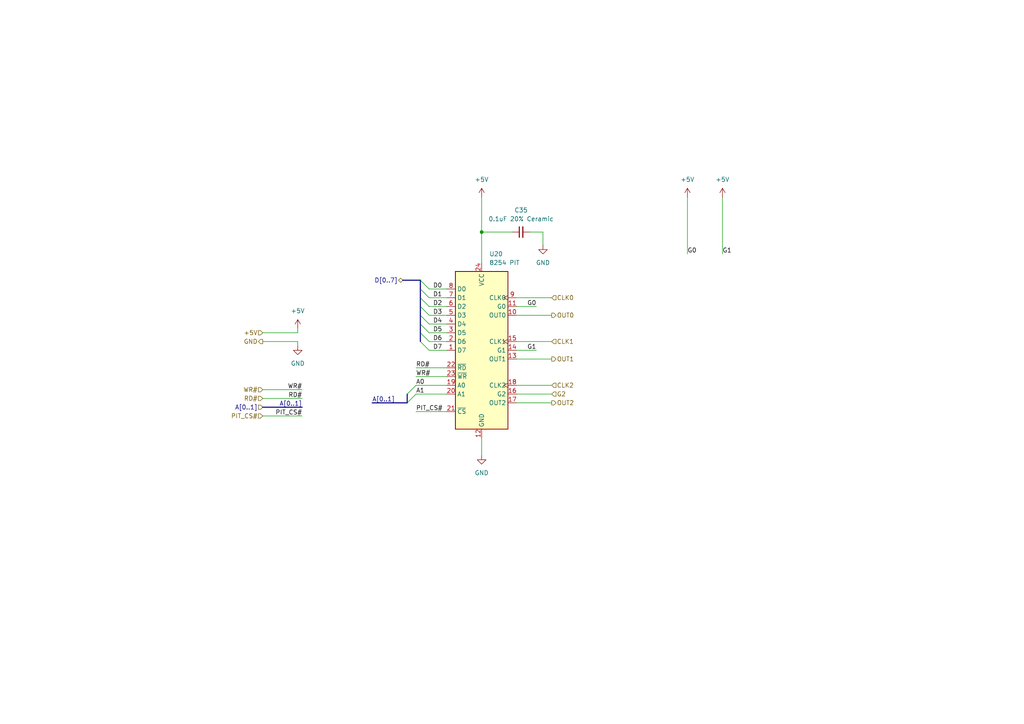
<source format=kicad_sch>
(kicad_sch
	(version 20231120)
	(generator "eeschema")
	(generator_version "8.0")
	(uuid "5d898551-e543-483b-a55c-3091811ebd14")
	(paper "A4")
	(lib_symbols
		(symbol "Device:C_Small"
			(pin_numbers hide)
			(pin_names
				(offset 0.254) hide)
			(exclude_from_sim no)
			(in_bom yes)
			(on_board yes)
			(property "Reference" "C"
				(at 0.254 1.778 0)
				(effects
					(font
						(size 1.27 1.27)
					)
					(justify left)
				)
			)
			(property "Value" "C_Small"
				(at 0.254 -2.032 0)
				(effects
					(font
						(size 1.27 1.27)
					)
					(justify left)
				)
			)
			(property "Footprint" ""
				(at 0 0 0)
				(effects
					(font
						(size 1.27 1.27)
					)
					(hide yes)
				)
			)
			(property "Datasheet" "~"
				(at 0 0 0)
				(effects
					(font
						(size 1.27 1.27)
					)
					(hide yes)
				)
			)
			(property "Description" "Unpolarized capacitor, small symbol"
				(at 0 0 0)
				(effects
					(font
						(size 1.27 1.27)
					)
					(hide yes)
				)
			)
			(property "ki_keywords" "capacitor cap"
				(at 0 0 0)
				(effects
					(font
						(size 1.27 1.27)
					)
					(hide yes)
				)
			)
			(property "ki_fp_filters" "C_*"
				(at 0 0 0)
				(effects
					(font
						(size 1.27 1.27)
					)
					(hide yes)
				)
			)
			(symbol "C_Small_0_1"
				(polyline
					(pts
						(xy -1.524 -0.508) (xy 1.524 -0.508)
					)
					(stroke
						(width 0.3302)
						(type default)
					)
					(fill
						(type none)
					)
				)
				(polyline
					(pts
						(xy -1.524 0.508) (xy 1.524 0.508)
					)
					(stroke
						(width 0.3048)
						(type default)
					)
					(fill
						(type none)
					)
				)
			)
			(symbol "C_Small_1_1"
				(pin passive line
					(at 0 2.54 270)
					(length 2.032)
					(name "~"
						(effects
							(font
								(size 1.27 1.27)
							)
						)
					)
					(number "1"
						(effects
							(font
								(size 1.27 1.27)
							)
						)
					)
				)
				(pin passive line
					(at 0 -2.54 90)
					(length 2.032)
					(name "~"
						(effects
							(font
								(size 1.27 1.27)
							)
						)
					)
					(number "2"
						(effects
							(font
								(size 1.27 1.27)
							)
						)
					)
				)
			)
		)
		(symbol "Timer:8254"
			(exclude_from_sim no)
			(in_bom yes)
			(on_board yes)
			(property "Reference" "U"
				(at -5.08 24.13 0)
				(effects
					(font
						(size 1.27 1.27)
					)
					(justify right)
				)
			)
			(property "Value" "8254"
				(at 2.54 24.13 0)
				(effects
					(font
						(size 1.27 1.27)
					)
					(justify left)
				)
			)
			(property "Footprint" "Package_DIP:DIP-24_W15.24mm"
				(at 0 0 0)
				(effects
					(font
						(size 1.27 1.27)
					)
					(hide yes)
				)
			)
			(property "Datasheet" "http://www.scs.stanford.edu/10wi-cs140/pintos/specs/8254.pdf"
				(at -11.43 22.86 0)
				(effects
					(font
						(size 1.27 1.27)
					)
					(hide yes)
				)
			)
			(property "Description" "Programmable Interval Timer, PDIP-24"
				(at 0 0 0)
				(effects
					(font
						(size 1.27 1.27)
					)
					(hide yes)
				)
			)
			(property "ki_keywords" "Timer Counter"
				(at 0 0 0)
				(effects
					(font
						(size 1.27 1.27)
					)
					(hide yes)
				)
			)
			(property "ki_fp_filters" "DIP*W15.24mm*"
				(at 0 0 0)
				(effects
					(font
						(size 1.27 1.27)
					)
					(hide yes)
				)
			)
			(symbol "8254_0_1"
				(rectangle
					(start -7.62 -22.86)
					(end 7.62 22.86)
					(stroke
						(width 0.254)
						(type default)
					)
					(fill
						(type background)
					)
				)
			)
			(symbol "8254_1_1"
				(pin bidirectional line
					(at -10.16 0 0)
					(length 2.54)
					(name "D7"
						(effects
							(font
								(size 1.27 1.27)
							)
						)
					)
					(number "1"
						(effects
							(font
								(size 1.27 1.27)
							)
						)
					)
				)
				(pin output line
					(at 10.16 10.16 180)
					(length 2.54)
					(name "OUT0"
						(effects
							(font
								(size 1.27 1.27)
							)
						)
					)
					(number "10"
						(effects
							(font
								(size 1.27 1.27)
							)
						)
					)
				)
				(pin input line
					(at 10.16 12.7 180)
					(length 2.54)
					(name "G0"
						(effects
							(font
								(size 1.27 1.27)
							)
						)
					)
					(number "11"
						(effects
							(font
								(size 1.27 1.27)
							)
						)
					)
				)
				(pin power_in line
					(at 0 -25.4 90)
					(length 2.54)
					(name "GND"
						(effects
							(font
								(size 1.27 1.27)
							)
						)
					)
					(number "12"
						(effects
							(font
								(size 1.27 1.27)
							)
						)
					)
				)
				(pin output line
					(at 10.16 -2.54 180)
					(length 2.54)
					(name "OUT1"
						(effects
							(font
								(size 1.27 1.27)
							)
						)
					)
					(number "13"
						(effects
							(font
								(size 1.27 1.27)
							)
						)
					)
				)
				(pin input line
					(at 10.16 0 180)
					(length 2.54)
					(name "G1"
						(effects
							(font
								(size 1.27 1.27)
							)
						)
					)
					(number "14"
						(effects
							(font
								(size 1.27 1.27)
							)
						)
					)
				)
				(pin input clock
					(at 10.16 2.54 180)
					(length 2.54)
					(name "CLK1"
						(effects
							(font
								(size 1.27 1.27)
							)
						)
					)
					(number "15"
						(effects
							(font
								(size 1.27 1.27)
							)
						)
					)
				)
				(pin input line
					(at 10.16 -12.7 180)
					(length 2.54)
					(name "G2"
						(effects
							(font
								(size 1.27 1.27)
							)
						)
					)
					(number "16"
						(effects
							(font
								(size 1.27 1.27)
							)
						)
					)
				)
				(pin output line
					(at 10.16 -15.24 180)
					(length 2.54)
					(name "OUT2"
						(effects
							(font
								(size 1.27 1.27)
							)
						)
					)
					(number "17"
						(effects
							(font
								(size 1.27 1.27)
							)
						)
					)
				)
				(pin input clock
					(at 10.16 -10.16 180)
					(length 2.54)
					(name "CLK2"
						(effects
							(font
								(size 1.27 1.27)
							)
						)
					)
					(number "18"
						(effects
							(font
								(size 1.27 1.27)
							)
						)
					)
				)
				(pin input line
					(at -10.16 -10.16 0)
					(length 2.54)
					(name "A0"
						(effects
							(font
								(size 1.27 1.27)
							)
						)
					)
					(number "19"
						(effects
							(font
								(size 1.27 1.27)
							)
						)
					)
				)
				(pin bidirectional line
					(at -10.16 2.54 0)
					(length 2.54)
					(name "D6"
						(effects
							(font
								(size 1.27 1.27)
							)
						)
					)
					(number "2"
						(effects
							(font
								(size 1.27 1.27)
							)
						)
					)
				)
				(pin input line
					(at -10.16 -12.7 0)
					(length 2.54)
					(name "A1"
						(effects
							(font
								(size 1.27 1.27)
							)
						)
					)
					(number "20"
						(effects
							(font
								(size 1.27 1.27)
							)
						)
					)
				)
				(pin input line
					(at -10.16 -17.78 0)
					(length 2.54)
					(name "~{CS}"
						(effects
							(font
								(size 1.27 1.27)
							)
						)
					)
					(number "21"
						(effects
							(font
								(size 1.27 1.27)
							)
						)
					)
				)
				(pin input line
					(at -10.16 -5.08 0)
					(length 2.54)
					(name "~{RD}"
						(effects
							(font
								(size 1.27 1.27)
							)
						)
					)
					(number "22"
						(effects
							(font
								(size 1.27 1.27)
							)
						)
					)
				)
				(pin input line
					(at -10.16 -7.62 0)
					(length 2.54)
					(name "~{WR}"
						(effects
							(font
								(size 1.27 1.27)
							)
						)
					)
					(number "23"
						(effects
							(font
								(size 1.27 1.27)
							)
						)
					)
				)
				(pin power_in line
					(at 0 25.4 270)
					(length 2.54)
					(name "VCC"
						(effects
							(font
								(size 1.27 1.27)
							)
						)
					)
					(number "24"
						(effects
							(font
								(size 1.27 1.27)
							)
						)
					)
				)
				(pin bidirectional line
					(at -10.16 5.08 0)
					(length 2.54)
					(name "D5"
						(effects
							(font
								(size 1.27 1.27)
							)
						)
					)
					(number "3"
						(effects
							(font
								(size 1.27 1.27)
							)
						)
					)
				)
				(pin bidirectional line
					(at -10.16 7.62 0)
					(length 2.54)
					(name "D4"
						(effects
							(font
								(size 1.27 1.27)
							)
						)
					)
					(number "4"
						(effects
							(font
								(size 1.27 1.27)
							)
						)
					)
				)
				(pin bidirectional line
					(at -10.16 10.16 0)
					(length 2.54)
					(name "D3"
						(effects
							(font
								(size 1.27 1.27)
							)
						)
					)
					(number "5"
						(effects
							(font
								(size 1.27 1.27)
							)
						)
					)
				)
				(pin bidirectional line
					(at -10.16 12.7 0)
					(length 2.54)
					(name "D2"
						(effects
							(font
								(size 1.27 1.27)
							)
						)
					)
					(number "6"
						(effects
							(font
								(size 1.27 1.27)
							)
						)
					)
				)
				(pin bidirectional line
					(at -10.16 15.24 0)
					(length 2.54)
					(name "D1"
						(effects
							(font
								(size 1.27 1.27)
							)
						)
					)
					(number "7"
						(effects
							(font
								(size 1.27 1.27)
							)
						)
					)
				)
				(pin bidirectional line
					(at -10.16 17.78 0)
					(length 2.54)
					(name "D0"
						(effects
							(font
								(size 1.27 1.27)
							)
						)
					)
					(number "8"
						(effects
							(font
								(size 1.27 1.27)
							)
						)
					)
				)
				(pin input clock
					(at 10.16 15.24 180)
					(length 2.54)
					(name "CLK0"
						(effects
							(font
								(size 1.27 1.27)
							)
						)
					)
					(number "9"
						(effects
							(font
								(size 1.27 1.27)
							)
						)
					)
				)
			)
		)
		(symbol "power:+5V"
			(power)
			(pin_names
				(offset 0)
			)
			(exclude_from_sim no)
			(in_bom yes)
			(on_board yes)
			(property "Reference" "#PWR"
				(at 0 -3.81 0)
				(effects
					(font
						(size 1.27 1.27)
					)
					(hide yes)
				)
			)
			(property "Value" "+5V"
				(at 0 3.556 0)
				(effects
					(font
						(size 1.27 1.27)
					)
				)
			)
			(property "Footprint" ""
				(at 0 0 0)
				(effects
					(font
						(size 1.27 1.27)
					)
					(hide yes)
				)
			)
			(property "Datasheet" ""
				(at 0 0 0)
				(effects
					(font
						(size 1.27 1.27)
					)
					(hide yes)
				)
			)
			(property "Description" "Power symbol creates a global label with name \"+5V\""
				(at 0 0 0)
				(effects
					(font
						(size 1.27 1.27)
					)
					(hide yes)
				)
			)
			(property "ki_keywords" "global power"
				(at 0 0 0)
				(effects
					(font
						(size 1.27 1.27)
					)
					(hide yes)
				)
			)
			(symbol "+5V_0_1"
				(polyline
					(pts
						(xy -0.762 1.27) (xy 0 2.54)
					)
					(stroke
						(width 0)
						(type default)
					)
					(fill
						(type none)
					)
				)
				(polyline
					(pts
						(xy 0 0) (xy 0 2.54)
					)
					(stroke
						(width 0)
						(type default)
					)
					(fill
						(type none)
					)
				)
				(polyline
					(pts
						(xy 0 2.54) (xy 0.762 1.27)
					)
					(stroke
						(width 0)
						(type default)
					)
					(fill
						(type none)
					)
				)
			)
			(symbol "+5V_1_1"
				(pin power_in line
					(at 0 0 90)
					(length 0) hide
					(name "+5V"
						(effects
							(font
								(size 1.27 1.27)
							)
						)
					)
					(number "1"
						(effects
							(font
								(size 1.27 1.27)
							)
						)
					)
				)
			)
		)
		(symbol "power:GND"
			(power)
			(pin_names
				(offset 0)
			)
			(exclude_from_sim no)
			(in_bom yes)
			(on_board yes)
			(property "Reference" "#PWR"
				(at 0 -6.35 0)
				(effects
					(font
						(size 1.27 1.27)
					)
					(hide yes)
				)
			)
			(property "Value" "GND"
				(at 0 -3.81 0)
				(effects
					(font
						(size 1.27 1.27)
					)
				)
			)
			(property "Footprint" ""
				(at 0 0 0)
				(effects
					(font
						(size 1.27 1.27)
					)
					(hide yes)
				)
			)
			(property "Datasheet" ""
				(at 0 0 0)
				(effects
					(font
						(size 1.27 1.27)
					)
					(hide yes)
				)
			)
			(property "Description" "Power symbol creates a global label with name \"GND\" , ground"
				(at 0 0 0)
				(effects
					(font
						(size 1.27 1.27)
					)
					(hide yes)
				)
			)
			(property "ki_keywords" "global power"
				(at 0 0 0)
				(effects
					(font
						(size 1.27 1.27)
					)
					(hide yes)
				)
			)
			(symbol "GND_0_1"
				(polyline
					(pts
						(xy 0 0) (xy 0 -1.27) (xy 1.27 -1.27) (xy 0 -2.54) (xy -1.27 -1.27) (xy 0 -1.27)
					)
					(stroke
						(width 0)
						(type default)
					)
					(fill
						(type none)
					)
				)
			)
			(symbol "GND_1_1"
				(pin power_in line
					(at 0 0 270)
					(length 0) hide
					(name "GND"
						(effects
							(font
								(size 1.27 1.27)
							)
						)
					)
					(number "1"
						(effects
							(font
								(size 1.27 1.27)
							)
						)
					)
				)
			)
		)
	)
	(junction
		(at 139.7 67.31)
		(diameter 0)
		(color 0 0 0 0)
		(uuid "7d5f9257-1468-4f65-b6d2-22a3b2fe31e0")
	)
	(bus_entry
		(at 118.11 116.84)
		(size 2.54 -2.54)
		(stroke
			(width 0)
			(type default)
		)
		(uuid "1862b924-071c-409c-9f1c-38e02c581748")
	)
	(bus_entry
		(at 124.46 91.44)
		(size -2.54 -2.54)
		(stroke
			(width 0)
			(type default)
		)
		(uuid "1a2aaeb5-a108-454a-98b2-5adff71aa3df")
	)
	(bus_entry
		(at 124.46 99.06)
		(size -2.54 -2.54)
		(stroke
			(width 0)
			(type default)
		)
		(uuid "5db84610-c4d8-43e1-9f9c-bb83eeb06900")
	)
	(bus_entry
		(at 118.11 114.3)
		(size 2.54 -2.54)
		(stroke
			(width 0)
			(type default)
		)
		(uuid "677a64e4-ae5f-459e-b9a0-36df733b1d26")
	)
	(bus_entry
		(at 124.46 101.6)
		(size -2.54 -2.54)
		(stroke
			(width 0)
			(type default)
		)
		(uuid "689cb59d-16b0-4c3f-ab29-b4b79b1513b4")
	)
	(bus_entry
		(at 124.46 86.36)
		(size -2.54 -2.54)
		(stroke
			(width 0)
			(type default)
		)
		(uuid "778c9075-e2bd-41e3-b9f0-d9dd306c7745")
	)
	(bus_entry
		(at 124.46 88.9)
		(size -2.54 -2.54)
		(stroke
			(width 0)
			(type default)
		)
		(uuid "79ebe354-3574-437b-b16b-413ebb5d3830")
	)
	(bus_entry
		(at 124.46 93.98)
		(size -2.54 -2.54)
		(stroke
			(width 0)
			(type default)
		)
		(uuid "9f1af18b-aaa8-4860-8373-be8669130f1d")
	)
	(bus_entry
		(at 124.46 83.82)
		(size -2.54 -2.54)
		(stroke
			(width 0)
			(type default)
		)
		(uuid "b951b975-7857-48f2-bc78-2f2d842c4bd3")
	)
	(bus_entry
		(at 124.46 96.52)
		(size -2.54 -2.54)
		(stroke
			(width 0)
			(type default)
		)
		(uuid "e25a7823-ce8a-4e07-8fd7-79a75f858cf2")
	)
	(wire
		(pts
			(xy 129.54 96.52) (xy 124.46 96.52)
		)
		(stroke
			(width 0)
			(type default)
		)
		(uuid "01e85c18-9bb6-4add-95b3-a966fa77ac93")
	)
	(wire
		(pts
			(xy 86.36 96.52) (xy 86.36 95.25)
		)
		(stroke
			(width 0)
			(type default)
		)
		(uuid "026fc1c0-661f-4fef-a15a-1431b45766e6")
	)
	(bus
		(pts
			(xy 121.92 91.44) (xy 121.92 93.98)
		)
		(stroke
			(width 0)
			(type default)
		)
		(uuid "03cdc89b-58c2-4f17-b9fa-b2603269c0fb")
	)
	(wire
		(pts
			(xy 87.63 113.03) (xy 76.2 113.03)
		)
		(stroke
			(width 0)
			(type default)
		)
		(uuid "0821537e-84cf-4876-b5c9-62befa2a0102")
	)
	(wire
		(pts
			(xy 139.7 127) (xy 139.7 132.08)
		)
		(stroke
			(width 0)
			(type default)
		)
		(uuid "1bdd8876-7714-46fd-80b2-47a2a0734cd2")
	)
	(wire
		(pts
			(xy 199.39 57.15) (xy 199.39 73.66)
		)
		(stroke
			(width 0)
			(type default)
		)
		(uuid "2204223c-2ca1-4c9c-aedb-c75c7a1db73f")
	)
	(wire
		(pts
			(xy 149.86 104.14) (xy 160.02 104.14)
		)
		(stroke
			(width 0)
			(type default)
		)
		(uuid "239c1a3c-4b8d-4c16-a535-5dfbb228baf2")
	)
	(wire
		(pts
			(xy 149.86 91.44) (xy 160.02 91.44)
		)
		(stroke
			(width 0)
			(type default)
		)
		(uuid "267f02ba-97c2-47ea-830a-97f3e06d0284")
	)
	(bus
		(pts
			(xy 107.95 116.84) (xy 118.11 116.84)
		)
		(stroke
			(width 0)
			(type default)
		)
		(uuid "268880f1-8021-4369-9efc-9145e4970ceb")
	)
	(wire
		(pts
			(xy 87.63 120.65) (xy 76.2 120.65)
		)
		(stroke
			(width 0)
			(type default)
		)
		(uuid "30870b6c-8163-4f3d-9423-9a618f3e99e6")
	)
	(wire
		(pts
			(xy 129.54 99.06) (xy 124.46 99.06)
		)
		(stroke
			(width 0)
			(type default)
		)
		(uuid "3258b6a2-8c90-4a0a-b8ec-25ad531ef5a8")
	)
	(wire
		(pts
			(xy 149.86 99.06) (xy 160.02 99.06)
		)
		(stroke
			(width 0)
			(type default)
		)
		(uuid "3469117c-c805-46a1-acd6-677256361734")
	)
	(wire
		(pts
			(xy 149.86 116.84) (xy 160.02 116.84)
		)
		(stroke
			(width 0)
			(type default)
		)
		(uuid "378c7f35-5d31-4940-83aa-4726dab150be")
	)
	(wire
		(pts
			(xy 76.2 99.06) (xy 86.36 99.06)
		)
		(stroke
			(width 0)
			(type default)
		)
		(uuid "3e8d0c54-785d-48e8-ae79-ab4b655d2f35")
	)
	(wire
		(pts
			(xy 149.86 114.3) (xy 160.02 114.3)
		)
		(stroke
			(width 0)
			(type default)
		)
		(uuid "47234222-0321-4965-ade0-702b07a66282")
	)
	(wire
		(pts
			(xy 129.54 93.98) (xy 124.46 93.98)
		)
		(stroke
			(width 0)
			(type default)
		)
		(uuid "49e314fe-e856-4b90-ab09-e853f357bfc3")
	)
	(wire
		(pts
			(xy 139.7 67.31) (xy 139.7 76.2)
		)
		(stroke
			(width 0)
			(type default)
		)
		(uuid "4e0de54a-4adc-4374-890f-5815f11a2843")
	)
	(wire
		(pts
			(xy 139.7 67.31) (xy 148.59 67.31)
		)
		(stroke
			(width 0)
			(type default)
		)
		(uuid "5dae6825-a31f-4cff-b4bc-9b636a614d70")
	)
	(bus
		(pts
			(xy 121.92 88.9) (xy 121.92 91.44)
		)
		(stroke
			(width 0)
			(type default)
		)
		(uuid "60b25077-cab4-4db6-999a-648e2686abe5")
	)
	(wire
		(pts
			(xy 153.67 67.31) (xy 157.48 67.31)
		)
		(stroke
			(width 0)
			(type default)
		)
		(uuid "612cea79-b917-4298-a0cb-5809e22f5aa0")
	)
	(wire
		(pts
			(xy 76.2 96.52) (xy 86.36 96.52)
		)
		(stroke
			(width 0)
			(type default)
		)
		(uuid "62423d4c-fca0-4768-9848-97fc7c91f6b3")
	)
	(bus
		(pts
			(xy 121.92 83.82) (xy 121.92 86.36)
		)
		(stroke
			(width 0)
			(type default)
		)
		(uuid "6318b9aa-57e5-4277-8a53-badcda97fa8e")
	)
	(wire
		(pts
			(xy 120.65 111.76) (xy 129.54 111.76)
		)
		(stroke
			(width 0)
			(type default)
		)
		(uuid "64c250ae-d4c7-480b-ace0-438db1e759f0")
	)
	(bus
		(pts
			(xy 76.2 118.11) (xy 87.63 118.11)
		)
		(stroke
			(width 0)
			(type default)
		)
		(uuid "77c37134-ed57-45a1-b349-ac1e888ee854")
	)
	(wire
		(pts
			(xy 129.54 83.82) (xy 124.46 83.82)
		)
		(stroke
			(width 0)
			(type default)
		)
		(uuid "7824ce23-f69a-4a8f-8365-4b85a2902515")
	)
	(bus
		(pts
			(xy 121.92 96.52) (xy 121.92 99.06)
		)
		(stroke
			(width 0)
			(type default)
		)
		(uuid "811d3568-1c88-4c85-bca9-22ad684976c7")
	)
	(wire
		(pts
			(xy 149.86 101.6) (xy 155.575 101.6)
		)
		(stroke
			(width 0)
			(type default)
		)
		(uuid "86ebb046-a72c-4444-b3ee-896c40be58e2")
	)
	(wire
		(pts
			(xy 149.86 86.36) (xy 160.02 86.36)
		)
		(stroke
			(width 0)
			(type default)
		)
		(uuid "88db7e66-5aeb-483d-a740-ddb6af5696fd")
	)
	(wire
		(pts
			(xy 129.54 86.36) (xy 124.46 86.36)
		)
		(stroke
			(width 0)
			(type default)
		)
		(uuid "8be7c1f7-5606-49dc-b430-f74e8d73d363")
	)
	(bus
		(pts
			(xy 121.92 93.98) (xy 121.92 96.52)
		)
		(stroke
			(width 0)
			(type default)
		)
		(uuid "958e9149-61d7-4934-8dac-30e06a7436f2")
	)
	(wire
		(pts
			(xy 209.55 57.15) (xy 209.55 73.66)
		)
		(stroke
			(width 0)
			(type default)
		)
		(uuid "968810a1-1fba-4c72-868a-c16d66af5def")
	)
	(wire
		(pts
			(xy 120.65 119.38) (xy 129.54 119.38)
		)
		(stroke
			(width 0)
			(type default)
		)
		(uuid "a4cc7f5b-2711-447a-9994-1cead1f5eb77")
	)
	(wire
		(pts
			(xy 129.54 88.9) (xy 124.46 88.9)
		)
		(stroke
			(width 0)
			(type default)
		)
		(uuid "a5fba3f5-c2ac-4c4f-94b6-908cc32851f1")
	)
	(wire
		(pts
			(xy 120.65 114.3) (xy 129.54 114.3)
		)
		(stroke
			(width 0)
			(type default)
		)
		(uuid "b65b043d-4115-42fa-b2a4-ea5e2817d291")
	)
	(wire
		(pts
			(xy 129.54 91.44) (xy 124.46 91.44)
		)
		(stroke
			(width 0)
			(type default)
		)
		(uuid "b9ae8c05-84f4-4776-a925-bb1d0a2ee2a8")
	)
	(bus
		(pts
			(xy 118.11 114.3) (xy 118.11 116.84)
		)
		(stroke
			(width 0)
			(type default)
		)
		(uuid "c76b7876-932b-4e69-bd87-ecae478d5d5c")
	)
	(wire
		(pts
			(xy 149.86 111.76) (xy 160.02 111.76)
		)
		(stroke
			(width 0)
			(type default)
		)
		(uuid "c866c183-fd49-4af2-b7c7-409ee75b69bf")
	)
	(wire
		(pts
			(xy 129.54 101.6) (xy 124.46 101.6)
		)
		(stroke
			(width 0)
			(type default)
		)
		(uuid "ce0761e4-9b7b-4cf6-9964-3df8b933e735")
	)
	(bus
		(pts
			(xy 116.84 81.28) (xy 121.92 81.28)
		)
		(stroke
			(width 0)
			(type default)
		)
		(uuid "d1057cb6-a940-4207-b1e3-d47111589a5c")
	)
	(wire
		(pts
			(xy 157.48 67.31) (xy 157.48 71.12)
		)
		(stroke
			(width 0)
			(type default)
		)
		(uuid "d4ac65c3-13f5-4731-bfb3-ddffbf093398")
	)
	(wire
		(pts
			(xy 86.36 99.06) (xy 86.36 100.33)
		)
		(stroke
			(width 0)
			(type default)
		)
		(uuid "e0289e24-c3e8-4892-b18a-6396e825a059")
	)
	(wire
		(pts
			(xy 139.7 57.15) (xy 139.7 67.31)
		)
		(stroke
			(width 0)
			(type default)
		)
		(uuid "e1913853-b978-4381-b6ac-9da432d75c06")
	)
	(wire
		(pts
			(xy 120.65 106.68) (xy 129.54 106.68)
		)
		(stroke
			(width 0)
			(type default)
		)
		(uuid "e77039de-7e58-4b85-a319-47fa40497697")
	)
	(wire
		(pts
			(xy 149.86 88.9) (xy 155.575 88.9)
		)
		(stroke
			(width 0)
			(type default)
		)
		(uuid "e9cd95ea-1738-4848-a2c5-d7e7e70690d2")
	)
	(bus
		(pts
			(xy 121.92 86.36) (xy 121.92 88.9)
		)
		(stroke
			(width 0)
			(type default)
		)
		(uuid "ebadfa81-3389-4fa6-b7eb-2813bac99449")
	)
	(wire
		(pts
			(xy 120.65 109.22) (xy 129.54 109.22)
		)
		(stroke
			(width 0)
			(type default)
		)
		(uuid "ed2ee522-12fa-4beb-955b-7b705699442b")
	)
	(wire
		(pts
			(xy 87.63 115.57) (xy 76.2 115.57)
		)
		(stroke
			(width 0)
			(type default)
		)
		(uuid "ed454779-414a-434d-8b02-6b65f5d046d8")
	)
	(bus
		(pts
			(xy 121.92 81.28) (xy 121.92 83.82)
		)
		(stroke
			(width 0)
			(type default)
		)
		(uuid "fead405d-295e-4047-9513-ad78f8137f0e")
	)
	(label "A1"
		(at 120.65 114.3 0)
		(fields_autoplaced yes)
		(effects
			(font
				(size 1.27 1.27)
			)
			(justify left bottom)
		)
		(uuid "000c3b83-fa78-4d4b-bb19-5ccffb3cba9c")
	)
	(label "WR#"
		(at 87.63 113.03 180)
		(fields_autoplaced yes)
		(effects
			(font
				(size 1.27 1.27)
			)
			(justify right bottom)
		)
		(uuid "0a1712d3-e55c-43b6-a1cb-290a50df6c05")
	)
	(label "WR#"
		(at 120.65 109.22 0)
		(fields_autoplaced yes)
		(effects
			(font
				(size 1.27 1.27)
			)
			(justify left bottom)
		)
		(uuid "0d154aee-7341-48ec-b811-efbe68d1a779")
	)
	(label "A[0..1]"
		(at 87.63 118.11 180)
		(fields_autoplaced yes)
		(effects
			(font
				(size 1.27 1.27)
			)
			(justify right bottom)
		)
		(uuid "1c5bfe05-8ec5-49c7-b6df-daba6743ee19")
	)
	(label "RD#"
		(at 120.65 106.68 0)
		(fields_autoplaced yes)
		(effects
			(font
				(size 1.27 1.27)
			)
			(justify left bottom)
		)
		(uuid "43f97bd8-5c09-4e4d-a1a7-83ec3eacd311")
	)
	(label "G1"
		(at 209.55 73.66 0)
		(fields_autoplaced yes)
		(effects
			(font
				(size 1.27 1.27)
			)
			(justify left bottom)
		)
		(uuid "4df6d4a7-3b8c-49cd-a883-d9877bc1cf81")
	)
	(label "D2"
		(at 128.27 88.9 180)
		(fields_autoplaced yes)
		(effects
			(font
				(size 1.27 1.27)
			)
			(justify right bottom)
		)
		(uuid "5d6e1668-e91c-4752-851d-fc2262ad0146")
	)
	(label "G0"
		(at 155.575 88.9 180)
		(fields_autoplaced yes)
		(effects
			(font
				(size 1.27 1.27)
			)
			(justify right bottom)
		)
		(uuid "67d5ee91-f32a-40be-adbb-4f5ad750f758")
	)
	(label "PIT_CS#"
		(at 87.63 120.65 180)
		(fields_autoplaced yes)
		(effects
			(font
				(size 1.27 1.27)
			)
			(justify right bottom)
		)
		(uuid "6f8a50ba-9210-4766-8a32-059d2862384c")
	)
	(label "D3"
		(at 128.27 91.44 180)
		(fields_autoplaced yes)
		(effects
			(font
				(size 1.27 1.27)
			)
			(justify right bottom)
		)
		(uuid "80485f7b-69dc-4ace-a943-9dc801e6c406")
	)
	(label "D5"
		(at 128.27 96.52 180)
		(fields_autoplaced yes)
		(effects
			(font
				(size 1.27 1.27)
			)
			(justify right bottom)
		)
		(uuid "823bd66e-5c26-457e-a964-ba65065b978b")
	)
	(label "D6"
		(at 128.27 99.06 180)
		(fields_autoplaced yes)
		(effects
			(font
				(size 1.27 1.27)
			)
			(justify right bottom)
		)
		(uuid "8a6b72dd-2091-4419-a41a-d74ed82957ab")
	)
	(label "D0"
		(at 128.27 83.82 180)
		(fields_autoplaced yes)
		(effects
			(font
				(size 1.27 1.27)
			)
			(justify right bottom)
		)
		(uuid "98fc507b-ffbf-4407-9342-28b060dad3f3")
	)
	(label "D7"
		(at 128.27 101.6 180)
		(fields_autoplaced yes)
		(effects
			(font
				(size 1.27 1.27)
			)
			(justify right bottom)
		)
		(uuid "a7862fc0-fda7-43fd-badd-73b920b4539d")
	)
	(label "A0"
		(at 120.65 111.76 0)
		(fields_autoplaced yes)
		(effects
			(font
				(size 1.27 1.27)
			)
			(justify left bottom)
		)
		(uuid "b489eccc-16e3-4a94-8143-2408192afa3c")
	)
	(label "D4"
		(at 128.27 93.98 180)
		(fields_autoplaced yes)
		(effects
			(font
				(size 1.27 1.27)
			)
			(justify right bottom)
		)
		(uuid "c161a811-8d36-402d-b392-8afb0fbdb7a0")
	)
	(label "A[0..1]"
		(at 107.95 116.84 0)
		(fields_autoplaced yes)
		(effects
			(font
				(size 1.27 1.27)
			)
			(justify left bottom)
		)
		(uuid "c37d6996-4758-4265-ab85-e94eccb19422")
	)
	(label "G0"
		(at 199.39 73.66 0)
		(fields_autoplaced yes)
		(effects
			(font
				(size 1.27 1.27)
			)
			(justify left bottom)
		)
		(uuid "d40055fa-0f29-4ef0-8caa-a5265838cbbf")
	)
	(label "RD#"
		(at 87.63 115.57 180)
		(fields_autoplaced yes)
		(effects
			(font
				(size 1.27 1.27)
			)
			(justify right bottom)
		)
		(uuid "d484a605-c8c0-4f13-a0c4-8f2c328b05f6")
	)
	(label "D1"
		(at 128.27 86.36 180)
		(fields_autoplaced yes)
		(effects
			(font
				(size 1.27 1.27)
			)
			(justify right bottom)
		)
		(uuid "e1b95be6-06ba-479b-928e-be59fb0e9899")
	)
	(label "G1"
		(at 155.575 101.6 180)
		(fields_autoplaced yes)
		(effects
			(font
				(size 1.27 1.27)
			)
			(justify right bottom)
		)
		(uuid "ebb05121-462b-4983-b173-d52b9c93fa1b")
	)
	(label "PIT_CS#"
		(at 120.65 119.38 0)
		(fields_autoplaced yes)
		(effects
			(font
				(size 1.27 1.27)
			)
			(justify left bottom)
		)
		(uuid "f83b8605-75b1-4fc3-ab0a-f7202225124a")
	)
	(hierarchical_label "CLK2"
		(shape input)
		(at 160.02 111.76 0)
		(fields_autoplaced yes)
		(effects
			(font
				(size 1.27 1.27)
			)
			(justify left)
		)
		(uuid "04aa1e8d-e1a5-4aa3-a554-7d14cff53919")
	)
	(hierarchical_label "OUT2"
		(shape output)
		(at 160.02 116.84 0)
		(fields_autoplaced yes)
		(effects
			(font
				(size 1.27 1.27)
			)
			(justify left)
		)
		(uuid "0a0e9b6e-e0fa-4b71-8aae-5c4f676d72f2")
	)
	(hierarchical_label "OUT0"
		(shape output)
		(at 160.02 91.44 0)
		(fields_autoplaced yes)
		(effects
			(font
				(size 1.27 1.27)
			)
			(justify left)
		)
		(uuid "0a184bd6-7082-4d3f-8829-f202352e9cde")
	)
	(hierarchical_label "GND"
		(shape output)
		(at 76.2 99.06 180)
		(fields_autoplaced yes)
		(effects
			(font
				(size 1.27 1.27)
			)
			(justify right)
		)
		(uuid "0e046e94-4330-4671-a1e2-cdb01ad9090b")
	)
	(hierarchical_label "+5V"
		(shape input)
		(at 76.2 96.52 180)
		(fields_autoplaced yes)
		(effects
			(font
				(size 1.27 1.27)
			)
			(justify right)
		)
		(uuid "34a55043-22ad-4890-a171-2c7c1ab49d33")
	)
	(hierarchical_label "D[0..7]"
		(shape bidirectional)
		(at 116.84 81.28 180)
		(fields_autoplaced yes)
		(effects
			(font
				(size 1.27 1.27)
			)
			(justify right)
		)
		(uuid "5c3b8ee9-b77b-4ff0-bbb2-a86ee7322bdc")
	)
	(hierarchical_label "G2"
		(shape input)
		(at 160.02 114.3 0)
		(fields_autoplaced yes)
		(effects
			(font
				(size 1.27 1.27)
			)
			(justify left)
		)
		(uuid "674490b4-ad9c-4859-9531-d840a9b1eb9e")
	)
	(hierarchical_label "CLK0"
		(shape input)
		(at 160.02 86.36 0)
		(fields_autoplaced yes)
		(effects
			(font
				(size 1.27 1.27)
			)
			(justify left)
		)
		(uuid "73177298-984a-4942-8e5b-12bd99f651dd")
	)
	(hierarchical_label "A[0..1]"
		(shape input)
		(at 76.2 118.11 180)
		(fields_autoplaced yes)
		(effects
			(font
				(size 1.27 1.27)
			)
			(justify right)
		)
		(uuid "97d5c0ff-1893-4d9e-8b30-7ded469de1a2")
	)
	(hierarchical_label "WR#"
		(shape input)
		(at 76.2 113.03 180)
		(fields_autoplaced yes)
		(effects
			(font
				(size 1.27 1.27)
			)
			(justify right)
		)
		(uuid "a7656033-dac8-4672-bafb-61dbe9a27c27")
	)
	(hierarchical_label "PIT_CS#"
		(shape input)
		(at 76.2 120.65 180)
		(fields_autoplaced yes)
		(effects
			(font
				(size 1.27 1.27)
			)
			(justify right)
		)
		(uuid "c9dbf236-003b-431f-82c4-551bf5d649e6")
	)
	(hierarchical_label "RD#"
		(shape input)
		(at 76.2 115.57 180)
		(fields_autoplaced yes)
		(effects
			(font
				(size 1.27 1.27)
			)
			(justify right)
		)
		(uuid "d132a620-df96-4f56-a858-e28ff4f51591")
	)
	(hierarchical_label "CLK1"
		(shape input)
		(at 160.02 99.06 0)
		(fields_autoplaced yes)
		(effects
			(font
				(size 1.27 1.27)
			)
			(justify left)
		)
		(uuid "e9123e72-eaea-4bd5-9c7f-5fd7a3b9cad3")
	)
	(hierarchical_label "OUT1"
		(shape output)
		(at 160.02 104.14 0)
		(fields_autoplaced yes)
		(effects
			(font
				(size 1.27 1.27)
			)
			(justify left)
		)
		(uuid "eb34ddab-908a-46eb-8544-f061184b4818")
	)
	(symbol
		(lib_id "power:GND")
		(at 157.48 71.12 0)
		(unit 1)
		(exclude_from_sim no)
		(in_bom yes)
		(on_board yes)
		(dnp no)
		(fields_autoplaced yes)
		(uuid "069d7756-d843-41f4-a34a-646750501e93")
		(property "Reference" "#PWR0111"
			(at 157.48 77.47 0)
			(effects
				(font
					(size 1.27 1.27)
				)
				(hide yes)
			)
		)
		(property "Value" "GND"
			(at 157.48 76.2 0)
			(effects
				(font
					(size 1.27 1.27)
				)
			)
		)
		(property "Footprint" ""
			(at 157.48 71.12 0)
			(effects
				(font
					(size 1.27 1.27)
				)
				(hide yes)
			)
		)
		(property "Datasheet" ""
			(at 157.48 71.12 0)
			(effects
				(font
					(size 1.27 1.27)
				)
				(hide yes)
			)
		)
		(property "Description" ""
			(at 157.48 71.12 0)
			(effects
				(font
					(size 1.27 1.27)
				)
				(hide yes)
			)
		)
		(pin "1"
			(uuid "98332a55-4312-4450-b444-3aaabfac3cae")
		)
		(instances
			(project "sbc_8088"
				(path "/5e468d94-0319-44d1-a77f-2adc451eed13/dc082762-fe67-486b-b56c-72b8eb99ff93"
					(reference "#PWR0111")
					(unit 1)
				)
			)
		)
	)
	(symbol
		(lib_id "power:+5V")
		(at 139.7 57.15 0)
		(unit 1)
		(exclude_from_sim no)
		(in_bom yes)
		(on_board yes)
		(dnp no)
		(fields_autoplaced yes)
		(uuid "3b47b074-e7c1-4b1c-831d-abdfce736cf5")
		(property "Reference" "#PWR0108"
			(at 139.7 60.96 0)
			(effects
				(font
					(size 1.27 1.27)
				)
				(hide yes)
			)
		)
		(property "Value" "+5V"
			(at 139.7 52.07 0)
			(effects
				(font
					(size 1.27 1.27)
				)
			)
		)
		(property "Footprint" ""
			(at 139.7 57.15 0)
			(effects
				(font
					(size 1.27 1.27)
				)
				(hide yes)
			)
		)
		(property "Datasheet" ""
			(at 139.7 57.15 0)
			(effects
				(font
					(size 1.27 1.27)
				)
				(hide yes)
			)
		)
		(property "Description" ""
			(at 139.7 57.15 0)
			(effects
				(font
					(size 1.27 1.27)
				)
				(hide yes)
			)
		)
		(pin "1"
			(uuid "a6eb01c6-3701-4eb1-b467-2dc7f3ccfb7e")
		)
		(instances
			(project "sbc_8088"
				(path "/5e468d94-0319-44d1-a77f-2adc451eed13/dc082762-fe67-486b-b56c-72b8eb99ff93"
					(reference "#PWR0108")
					(unit 1)
				)
			)
		)
	)
	(symbol
		(lib_id "Device:C_Small")
		(at 151.13 67.31 90)
		(unit 1)
		(exclude_from_sim no)
		(in_bom yes)
		(on_board yes)
		(dnp no)
		(fields_autoplaced yes)
		(uuid "91495136-6f52-4815-aa5c-c04b2c9000ab")
		(property "Reference" "C35"
			(at 151.1363 60.96 90)
			(effects
				(font
					(size 1.27 1.27)
				)
			)
		)
		(property "Value" "0.1uF 20% Ceramic"
			(at 151.1363 63.5 90)
			(effects
				(font
					(size 1.27 1.27)
				)
			)
		)
		(property "Footprint" "Capacitor_SMD:C_0805_2012Metric"
			(at 151.13 67.31 0)
			(effects
				(font
					(size 1.27 1.27)
				)
				(hide yes)
			)
		)
		(property "Datasheet" "~"
			(at 151.13 67.31 0)
			(effects
				(font
					(size 1.27 1.27)
				)
				(hide yes)
			)
		)
		(property "Description" ""
			(at 151.13 67.31 0)
			(effects
				(font
					(size 1.27 1.27)
				)
				(hide yes)
			)
		)
		(pin "2"
			(uuid "7b1bd4bc-45a8-4990-8254-2b6e5f45ba7f")
		)
		(pin "1"
			(uuid "94ceb25a-8842-4a94-ab4f-6377ed08b45a")
		)
		(instances
			(project "sbc_8088"
				(path "/5e468d94-0319-44d1-a77f-2adc451eed13/dc082762-fe67-486b-b56c-72b8eb99ff93"
					(reference "C35")
					(unit 1)
				)
			)
		)
	)
	(symbol
		(lib_id "Timer:8254")
		(at 139.7 101.6 0)
		(unit 1)
		(exclude_from_sim no)
		(in_bom yes)
		(on_board yes)
		(dnp no)
		(fields_autoplaced yes)
		(uuid "94f8cddf-e5bf-43c9-b849-ab55b2b88ad4")
		(property "Reference" "U20"
			(at 141.8941 73.66 0)
			(effects
				(font
					(size 1.27 1.27)
				)
				(justify left)
			)
		)
		(property "Value" "8254 PIT"
			(at 141.8941 76.2 0)
			(effects
				(font
					(size 1.27 1.27)
				)
				(justify left)
			)
		)
		(property "Footprint" "Package_DIP:DIP-24_W15.24mm_Socket"
			(at 139.7 101.6 0)
			(effects
				(font
					(size 1.27 1.27)
				)
				(hide yes)
			)
		)
		(property "Datasheet" "http://www.scs.stanford.edu/10wi-cs140/pintos/specs/8254.pdf"
			(at 128.27 78.74 0)
			(effects
				(font
					(size 1.27 1.27)
				)
				(hide yes)
			)
		)
		(property "Description" ""
			(at 139.7 101.6 0)
			(effects
				(font
					(size 1.27 1.27)
				)
				(hide yes)
			)
		)
		(pin "15"
			(uuid "ba1adbfb-04dc-49d9-becd-4f11223a46a0")
		)
		(pin "12"
			(uuid "736bea9f-e8fa-475f-b17d-107dc188fa85")
		)
		(pin "14"
			(uuid "c6d62284-c05e-47b2-b106-3435f4a1a0bb")
		)
		(pin "22"
			(uuid "04d8f7b0-8a70-4a9b-9a5c-da14941cd501")
		)
		(pin "17"
			(uuid "703b2e34-bb28-46fa-b716-8ebee998f9a1")
		)
		(pin "23"
			(uuid "fc14b6d5-2fe1-4a20-9bec-268bf006dd11")
		)
		(pin "2"
			(uuid "ff402063-4c35-4556-943a-68c03c1730c0")
		)
		(pin "24"
			(uuid "ccbdf12a-e128-49b0-816b-f170478229cc")
		)
		(pin "10"
			(uuid "eaa93248-2f7b-46a6-9cde-43e156936a6f")
		)
		(pin "5"
			(uuid "f6ada425-7bd9-4afb-bed6-063cd5cc479b")
		)
		(pin "18"
			(uuid "2eab51df-a3e8-48f4-bf15-c79bef4ebd79")
		)
		(pin "11"
			(uuid "565f1f55-eaf3-4e53-b273-c5500b129b7b")
		)
		(pin "16"
			(uuid "32a6e520-7715-423b-863b-39ec4014bdd4")
		)
		(pin "19"
			(uuid "d44326e0-81dd-4b56-ac31-92708c3aad3c")
		)
		(pin "20"
			(uuid "cdc3e8b6-47cb-42b4-a5f1-97347ef27664")
		)
		(pin "21"
			(uuid "6ce86e03-c38a-4d48-a6c0-7ee598d0bf11")
		)
		(pin "8"
			(uuid "79587922-1a78-444c-aee0-09a578f7d417")
		)
		(pin "7"
			(uuid "2f978ea1-a8af-47f1-a7b1-febf991bf347")
		)
		(pin "9"
			(uuid "7c88a0c0-03ae-4660-9d19-1b03b7141751")
		)
		(pin "3"
			(uuid "268e89b6-dd3b-4ccf-bd50-8b121bd0ef7c")
		)
		(pin "6"
			(uuid "b961c567-2879-492c-9322-bbd5d5c66a33")
		)
		(pin "4"
			(uuid "abe745a8-1bf4-41da-8e1d-097267cfb977")
		)
		(pin "13"
			(uuid "58fb1f08-64f1-47dd-a319-c1d2927f1738")
		)
		(pin "1"
			(uuid "3642d881-7729-43d6-a25d-d00be8bd2c99")
		)
		(instances
			(project "sbc_8088"
				(path "/5e468d94-0319-44d1-a77f-2adc451eed13/dc082762-fe67-486b-b56c-72b8eb99ff93"
					(reference "U20")
					(unit 1)
				)
			)
		)
	)
	(symbol
		(lib_id "power:+5V")
		(at 209.55 57.15 0)
		(unit 1)
		(exclude_from_sim no)
		(in_bom yes)
		(on_board yes)
		(dnp no)
		(fields_autoplaced yes)
		(uuid "a7e99fe9-9ddc-464a-ad3a-fd266ae29407")
		(property "Reference" "#PWR0110"
			(at 209.55 60.96 0)
			(effects
				(font
					(size 1.27 1.27)
				)
				(hide yes)
			)
		)
		(property "Value" "+5V"
			(at 209.55 52.07 0)
			(effects
				(font
					(size 1.27 1.27)
				)
			)
		)
		(property "Footprint" ""
			(at 209.55 57.15 0)
			(effects
				(font
					(size 1.27 1.27)
				)
				(hide yes)
			)
		)
		(property "Datasheet" ""
			(at 209.55 57.15 0)
			(effects
				(font
					(size 1.27 1.27)
				)
				(hide yes)
			)
		)
		(property "Description" ""
			(at 209.55 57.15 0)
			(effects
				(font
					(size 1.27 1.27)
				)
				(hide yes)
			)
		)
		(pin "1"
			(uuid "f06b371e-3acf-498a-a9a3-da3d56a9c7a5")
		)
		(instances
			(project "sbc_8088"
				(path "/5e468d94-0319-44d1-a77f-2adc451eed13/dc082762-fe67-486b-b56c-72b8eb99ff93"
					(reference "#PWR0110")
					(unit 1)
				)
			)
		)
	)
	(symbol
		(lib_id "power:GND")
		(at 139.7 132.08 0)
		(mirror y)
		(unit 1)
		(exclude_from_sim no)
		(in_bom yes)
		(on_board yes)
		(dnp no)
		(uuid "bfa6d535-ffc2-4509-a1a1-2a7ea03cae39")
		(property "Reference" "#PWR0114"
			(at 139.7 138.43 0)
			(effects
				(font
					(size 1.27 1.27)
				)
				(hide yes)
			)
		)
		(property "Value" "GND"
			(at 139.7 137.16 0)
			(effects
				(font
					(size 1.27 1.27)
				)
			)
		)
		(property "Footprint" ""
			(at 139.7 132.08 0)
			(effects
				(font
					(size 1.27 1.27)
				)
				(hide yes)
			)
		)
		(property "Datasheet" ""
			(at 139.7 132.08 0)
			(effects
				(font
					(size 1.27 1.27)
				)
				(hide yes)
			)
		)
		(property "Description" ""
			(at 139.7 132.08 0)
			(effects
				(font
					(size 1.27 1.27)
				)
				(hide yes)
			)
		)
		(pin "1"
			(uuid "e07aaa02-4d7e-42ed-b869-91a771fca3fe")
		)
		(instances
			(project "sbc_8088"
				(path "/5e468d94-0319-44d1-a77f-2adc451eed13/dc082762-fe67-486b-b56c-72b8eb99ff93"
					(reference "#PWR0114")
					(unit 1)
				)
			)
		)
	)
	(symbol
		(lib_id "power:GND")
		(at 86.36 100.33 0)
		(unit 1)
		(exclude_from_sim no)
		(in_bom yes)
		(on_board yes)
		(dnp no)
		(fields_autoplaced yes)
		(uuid "c12cbec4-1139-4473-8df8-c5d3f04135df")
		(property "Reference" "#PWR0113"
			(at 86.36 106.68 0)
			(effects
				(font
					(size 1.27 1.27)
				)
				(hide yes)
			)
		)
		(property "Value" "GND"
			(at 86.36 105.41 0)
			(effects
				(font
					(size 1.27 1.27)
				)
			)
		)
		(property "Footprint" ""
			(at 86.36 100.33 0)
			(effects
				(font
					(size 1.27 1.27)
				)
				(hide yes)
			)
		)
		(property "Datasheet" ""
			(at 86.36 100.33 0)
			(effects
				(font
					(size 1.27 1.27)
				)
				(hide yes)
			)
		)
		(property "Description" ""
			(at 86.36 100.33 0)
			(effects
				(font
					(size 1.27 1.27)
				)
				(hide yes)
			)
		)
		(pin "1"
			(uuid "3f4a950b-2461-4645-bebf-15f70507874c")
		)
		(instances
			(project "sbc_8088"
				(path "/5e468d94-0319-44d1-a77f-2adc451eed13/dc082762-fe67-486b-b56c-72b8eb99ff93"
					(reference "#PWR0113")
					(unit 1)
				)
			)
		)
	)
	(symbol
		(lib_id "power:+5V")
		(at 199.39 57.15 0)
		(unit 1)
		(exclude_from_sim no)
		(in_bom yes)
		(on_board yes)
		(dnp no)
		(fields_autoplaced yes)
		(uuid "f43ade9c-c19e-44cf-858f-746f16de9873")
		(property "Reference" "#PWR0109"
			(at 199.39 60.96 0)
			(effects
				(font
					(size 1.27 1.27)
				)
				(hide yes)
			)
		)
		(property "Value" "+5V"
			(at 199.39 52.07 0)
			(effects
				(font
					(size 1.27 1.27)
				)
			)
		)
		(property "Footprint" ""
			(at 199.39 57.15 0)
			(effects
				(font
					(size 1.27 1.27)
				)
				(hide yes)
			)
		)
		(property "Datasheet" ""
			(at 199.39 57.15 0)
			(effects
				(font
					(size 1.27 1.27)
				)
				(hide yes)
			)
		)
		(property "Description" ""
			(at 199.39 57.15 0)
			(effects
				(font
					(size 1.27 1.27)
				)
				(hide yes)
			)
		)
		(pin "1"
			(uuid "8163f17c-eb0b-4dab-8444-eb7210fa0077")
		)
		(instances
			(project "sbc_8088"
				(path "/5e468d94-0319-44d1-a77f-2adc451eed13/dc082762-fe67-486b-b56c-72b8eb99ff93"
					(reference "#PWR0109")
					(unit 1)
				)
			)
		)
	)
	(symbol
		(lib_id "power:+5V")
		(at 86.36 95.25 0)
		(unit 1)
		(exclude_from_sim no)
		(in_bom yes)
		(on_board yes)
		(dnp no)
		(fields_autoplaced yes)
		(uuid "f7de28c7-9be8-4e74-a0d4-718e5c91d029")
		(property "Reference" "#PWR0112"
			(at 86.36 99.06 0)
			(effects
				(font
					(size 1.27 1.27)
				)
				(hide yes)
			)
		)
		(property "Value" "+5V"
			(at 86.36 90.17 0)
			(effects
				(font
					(size 1.27 1.27)
				)
			)
		)
		(property "Footprint" ""
			(at 86.36 95.25 0)
			(effects
				(font
					(size 1.27 1.27)
				)
				(hide yes)
			)
		)
		(property "Datasheet" ""
			(at 86.36 95.25 0)
			(effects
				(font
					(size 1.27 1.27)
				)
				(hide yes)
			)
		)
		(property "Description" ""
			(at 86.36 95.25 0)
			(effects
				(font
					(size 1.27 1.27)
				)
				(hide yes)
			)
		)
		(pin "1"
			(uuid "b0f8ee5c-1a75-4cf1-b31b-aefd37f956ed")
		)
		(instances
			(project "sbc_8088"
				(path "/5e468d94-0319-44d1-a77f-2adc451eed13/dc082762-fe67-486b-b56c-72b8eb99ff93"
					(reference "#PWR0112")
					(unit 1)
				)
			)
		)
	)
)
</source>
